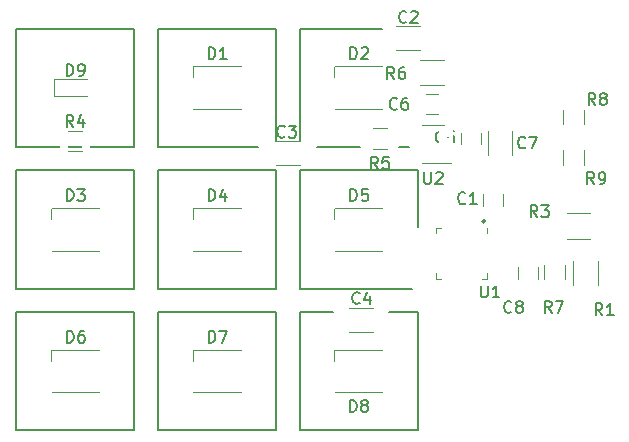
<source format=gto>
G04 #@! TF.GenerationSoftware,KiCad,Pcbnew,(5.0.2)-1*
G04 #@! TF.CreationDate,2019-04-27T00:21:17-04:00*
G04 #@! TF.ProjectId,Dash_Warning_Panel,44617368-5f57-4617-926e-696e675f5061,rev?*
G04 #@! TF.SameCoordinates,Original*
G04 #@! TF.FileFunction,Legend,Top*
G04 #@! TF.FilePolarity,Positive*
%FSLAX46Y46*%
G04 Gerber Fmt 4.6, Leading zero omitted, Abs format (unit mm)*
G04 Created by KiCad (PCBNEW (5.0.2)-1) date 4/27/2019 12:21:17 AM*
%MOMM*%
%LPD*%
G01*
G04 APERTURE LIST*
%ADD10C,0.200000*%
%ADD11C,0.120000*%
%ADD12C,0.150000*%
%ADD13R,1.426600X1.426600*%
%ADD14R,0.600000X0.300000*%
%ADD15R,0.300000X0.600000*%
%ADD16C,0.300000*%
%ADD17C,0.701600*%
%ADD18C,2.301600*%
%ADD19R,1.101600X1.701600*%
%ADD20R,1.701600X1.101600*%
%ADD21R,1.301600X1.301600*%
%ADD22R,1.801600X1.001600*%
%ADD23R,1.001600X1.801600*%
%ADD24R,1.161600X0.751600*%
%ADD25R,1.351600X1.101600*%
%ADD26R,0.801600X1.401600*%
%ADD27R,1.001600X0.651600*%
%ADD28R,1.101600X1.351600*%
%ADD29R,1.401600X0.801600*%
G04 APERTURE END LIST*
D10*
X209450000Y-121000000D02*
X210250000Y-121000000D01*
X202450000Y-121000000D02*
X206100000Y-121000000D01*
X211000000Y-135000000D02*
X208600000Y-135000000D01*
X201000000Y-135000000D02*
X203800000Y-135000000D01*
X189000000Y-121000000D02*
X197500000Y-121000000D01*
X201000000Y-111000000D02*
X201000000Y-120500000D01*
X211000000Y-123000000D02*
X211000000Y-127800000D01*
X211000000Y-135000000D02*
X211000000Y-145000000D01*
X199000000Y-135000000D02*
X199000000Y-145000000D01*
X187000000Y-135000000D02*
X187000000Y-145000000D01*
X199000000Y-123000000D02*
X199000000Y-133000000D01*
X187000000Y-123000000D02*
X187000000Y-133000000D01*
X199000000Y-111000000D02*
X199000000Y-120500000D01*
X199000000Y-135000000D02*
X189000000Y-135000000D01*
X187000000Y-135000000D02*
X177000000Y-135000000D01*
X211000000Y-123000000D02*
X201000000Y-123000000D01*
X199000000Y-123000000D02*
X189000000Y-123000000D01*
X187000000Y-123000000D02*
X177000000Y-123000000D01*
X208000000Y-111000000D02*
X201000000Y-111000000D01*
X199000000Y-111000000D02*
X189000000Y-111000000D01*
X201000000Y-145000000D02*
X211000000Y-145000000D01*
X189000000Y-145000000D02*
X199000000Y-145000000D01*
X177000000Y-145000000D02*
X187000000Y-145000000D01*
X201000000Y-133000000D02*
X210500000Y-133000000D01*
X189000000Y-133000000D02*
X199000000Y-133000000D01*
X177000000Y-133000000D02*
X187000000Y-133000000D01*
X201000000Y-135000000D02*
X201000000Y-145000000D01*
X189000000Y-135000000D02*
X189000000Y-145000000D01*
X177000000Y-135000000D02*
X177000000Y-145000000D01*
X201000000Y-123000000D02*
X201000000Y-133000000D01*
X189000000Y-123000000D02*
X189000000Y-133000000D01*
X177000000Y-123000000D02*
X177000000Y-133000000D01*
X189000000Y-111000000D02*
X189000000Y-121000000D01*
X187000000Y-111000000D02*
X187000000Y-121000000D01*
X187000000Y-111000000D02*
X177000000Y-111000000D01*
X177000000Y-121000000D02*
X187000000Y-121000000D01*
X177000000Y-111000000D02*
X177000000Y-121000000D01*
D11*
G04 #@! TO.C,U1*
X216850000Y-132150000D02*
X216850000Y-131725000D01*
X212550000Y-132150000D02*
X212550000Y-131725000D01*
X212550000Y-127850000D02*
X212550000Y-128275000D01*
X216850000Y-127850000D02*
X216850000Y-128275000D01*
X212550000Y-132150000D02*
X212975000Y-132150000D01*
X212550000Y-127850000D02*
X212975000Y-127850000D01*
X216850000Y-132150000D02*
X216425000Y-132150000D01*
D12*
X216741421Y-127300000D02*
G75*
G03X216741421Y-127300000I-141421J0D01*
G01*
D11*
G04 #@! TO.C,C2*
X211200000Y-110780000D02*
X209200000Y-110780000D01*
X209200000Y-112820000D02*
X211200000Y-112820000D01*
G04 #@! TO.C,C3*
X199000000Y-122520000D02*
X201000000Y-122520000D01*
X201000000Y-120480000D02*
X199000000Y-120480000D01*
G04 #@! TO.C,C4*
X205200000Y-136720000D02*
X207200000Y-136720000D01*
X207200000Y-134680000D02*
X205200000Y-134680000D01*
G04 #@! TO.C,C7*
X216980000Y-119700000D02*
X216980000Y-121700000D01*
X219020000Y-121700000D02*
X219020000Y-119700000D01*
G04 #@! TO.C,D9*
X180200000Y-115300000D02*
X180200000Y-116700000D01*
X180200000Y-116700000D02*
X183000000Y-116700000D01*
X180200000Y-115300000D02*
X183000000Y-115300000D01*
G04 #@! TO.C,R1*
X224130000Y-132700000D02*
X224130000Y-130700000D01*
X226270000Y-130700000D02*
X226270000Y-132700000D01*
G04 #@! TO.C,R3*
X225600000Y-128770000D02*
X223600000Y-128770000D01*
X223600000Y-126630000D02*
X225600000Y-126630000D01*
G04 #@! TO.C,R6*
X211200000Y-113630000D02*
X213200000Y-113630000D01*
X213200000Y-115770000D02*
X211200000Y-115770000D01*
G04 #@! TO.C,U2*
X213200000Y-119190000D02*
X211400000Y-119190000D01*
X211400000Y-122410000D02*
X213850000Y-122410000D01*
G04 #@! TO.C,C5*
X216350000Y-120800000D02*
X216350000Y-119800000D01*
X214650000Y-119800000D02*
X214650000Y-120800000D01*
G04 #@! TO.C,C1*
X218250000Y-126000000D02*
X218250000Y-125000000D01*
X216550000Y-125000000D02*
X216550000Y-126000000D01*
G04 #@! TO.C,R5*
X208400000Y-121180000D02*
X207200000Y-121180000D01*
X207200000Y-119420000D02*
X208400000Y-119420000D01*
G04 #@! TO.C,R4*
X182600000Y-121380000D02*
X181400000Y-121380000D01*
X181400000Y-119620000D02*
X182600000Y-119620000D01*
G04 #@! TO.C,D8*
X203950000Y-138225000D02*
X203950000Y-139125000D01*
X204000000Y-141800000D02*
X208000000Y-141800000D01*
X208000000Y-138200000D02*
X204000000Y-138200000D01*
G04 #@! TO.C,D7*
X191950000Y-138225000D02*
X191950000Y-139125000D01*
X192000000Y-141800000D02*
X196000000Y-141800000D01*
X196000000Y-138200000D02*
X192000000Y-138200000D01*
G04 #@! TO.C,D6*
X179950000Y-138225000D02*
X179950000Y-139125000D01*
X180000000Y-141800000D02*
X184000000Y-141800000D01*
X184000000Y-138200000D02*
X180000000Y-138200000D01*
G04 #@! TO.C,D5*
X203950000Y-126225000D02*
X203950000Y-127125000D01*
X204000000Y-129800000D02*
X208000000Y-129800000D01*
X208000000Y-126200000D02*
X204000000Y-126200000D01*
G04 #@! TO.C,D4*
X191950000Y-126225000D02*
X191950000Y-127125000D01*
X192000000Y-129800000D02*
X196000000Y-129800000D01*
X196000000Y-126200000D02*
X192000000Y-126200000D01*
G04 #@! TO.C,D3*
X179950000Y-126225000D02*
X179950000Y-127125000D01*
X180000000Y-129800000D02*
X184000000Y-129800000D01*
X184000000Y-126200000D02*
X180000000Y-126200000D01*
G04 #@! TO.C,D2*
X203950000Y-114225000D02*
X203950000Y-115125000D01*
X204000000Y-117800000D02*
X208000000Y-117800000D01*
X208000000Y-114200000D02*
X204000000Y-114200000D01*
G04 #@! TO.C,D1*
X191950000Y-114225000D02*
X191950000Y-115125000D01*
X192000000Y-117800000D02*
X196000000Y-117800000D01*
X196000000Y-114200000D02*
X192000000Y-114200000D01*
G04 #@! TO.C,C6*
X211700000Y-118250000D02*
X212700000Y-118250000D01*
X212700000Y-116550000D02*
X211700000Y-116550000D01*
G04 #@! TO.C,R7*
X221720000Y-132200000D02*
X221720000Y-131000000D01*
X223480000Y-131000000D02*
X223480000Y-132200000D01*
G04 #@! TO.C,R8*
X225080000Y-117900000D02*
X225080000Y-119100000D01*
X223320000Y-119100000D02*
X223320000Y-117900000D01*
G04 #@! TO.C,R9*
X225080000Y-121300000D02*
X225080000Y-122500000D01*
X223320000Y-122500000D02*
X223320000Y-121300000D01*
G04 #@! TO.C,C8*
X221150000Y-132200000D02*
X221150000Y-131200000D01*
X219450000Y-131200000D02*
X219450000Y-132200000D01*
G04 #@! TO.C,U1*
D12*
X216338095Y-132752380D02*
X216338095Y-133561904D01*
X216385714Y-133657142D01*
X216433333Y-133704761D01*
X216528571Y-133752380D01*
X216719047Y-133752380D01*
X216814285Y-133704761D01*
X216861904Y-133657142D01*
X216909523Y-133561904D01*
X216909523Y-132752380D01*
X217909523Y-133752380D02*
X217338095Y-133752380D01*
X217623809Y-133752380D02*
X217623809Y-132752380D01*
X217528571Y-132895238D01*
X217433333Y-132990476D01*
X217338095Y-133038095D01*
G04 #@! TO.C,C2*
X210033333Y-110407142D02*
X209985714Y-110454761D01*
X209842857Y-110502380D01*
X209747619Y-110502380D01*
X209604761Y-110454761D01*
X209509523Y-110359523D01*
X209461904Y-110264285D01*
X209414285Y-110073809D01*
X209414285Y-109930952D01*
X209461904Y-109740476D01*
X209509523Y-109645238D01*
X209604761Y-109550000D01*
X209747619Y-109502380D01*
X209842857Y-109502380D01*
X209985714Y-109550000D01*
X210033333Y-109597619D01*
X210414285Y-109597619D02*
X210461904Y-109550000D01*
X210557142Y-109502380D01*
X210795238Y-109502380D01*
X210890476Y-109550000D01*
X210938095Y-109597619D01*
X210985714Y-109692857D01*
X210985714Y-109788095D01*
X210938095Y-109930952D01*
X210366666Y-110502380D01*
X210985714Y-110502380D01*
G04 #@! TO.C,C3*
X199731333Y-120118142D02*
X199683714Y-120165761D01*
X199540857Y-120213380D01*
X199445619Y-120213380D01*
X199302761Y-120165761D01*
X199207523Y-120070523D01*
X199159904Y-119975285D01*
X199112285Y-119784809D01*
X199112285Y-119641952D01*
X199159904Y-119451476D01*
X199207523Y-119356238D01*
X199302761Y-119261000D01*
X199445619Y-119213380D01*
X199540857Y-119213380D01*
X199683714Y-119261000D01*
X199731333Y-119308619D01*
X200064666Y-119213380D02*
X200683714Y-119213380D01*
X200350380Y-119594333D01*
X200493238Y-119594333D01*
X200588476Y-119641952D01*
X200636095Y-119689571D01*
X200683714Y-119784809D01*
X200683714Y-120022904D01*
X200636095Y-120118142D01*
X200588476Y-120165761D01*
X200493238Y-120213380D01*
X200207523Y-120213380D01*
X200112285Y-120165761D01*
X200064666Y-120118142D01*
G04 #@! TO.C,C4*
X206081333Y-134215142D02*
X206033714Y-134262761D01*
X205890857Y-134310380D01*
X205795619Y-134310380D01*
X205652761Y-134262761D01*
X205557523Y-134167523D01*
X205509904Y-134072285D01*
X205462285Y-133881809D01*
X205462285Y-133738952D01*
X205509904Y-133548476D01*
X205557523Y-133453238D01*
X205652761Y-133358000D01*
X205795619Y-133310380D01*
X205890857Y-133310380D01*
X206033714Y-133358000D01*
X206081333Y-133405619D01*
X206938476Y-133643714D02*
X206938476Y-134310380D01*
X206700380Y-133262761D02*
X206462285Y-133977047D01*
X207081333Y-133977047D01*
G04 #@! TO.C,C7*
X220113333Y-121043142D02*
X220065714Y-121090761D01*
X219922857Y-121138380D01*
X219827619Y-121138380D01*
X219684761Y-121090761D01*
X219589523Y-120995523D01*
X219541904Y-120900285D01*
X219494285Y-120709809D01*
X219494285Y-120566952D01*
X219541904Y-120376476D01*
X219589523Y-120281238D01*
X219684761Y-120186000D01*
X219827619Y-120138380D01*
X219922857Y-120138380D01*
X220065714Y-120186000D01*
X220113333Y-120233619D01*
X220446666Y-120138380D02*
X221113333Y-120138380D01*
X220684761Y-121138380D01*
G04 #@! TO.C,D9*
X181261904Y-115002380D02*
X181261904Y-114002380D01*
X181500000Y-114002380D01*
X181642857Y-114050000D01*
X181738095Y-114145238D01*
X181785714Y-114240476D01*
X181833333Y-114430952D01*
X181833333Y-114573809D01*
X181785714Y-114764285D01*
X181738095Y-114859523D01*
X181642857Y-114954761D01*
X181500000Y-115002380D01*
X181261904Y-115002380D01*
X182309523Y-115002380D02*
X182500000Y-115002380D01*
X182595238Y-114954761D01*
X182642857Y-114907142D01*
X182738095Y-114764285D01*
X182785714Y-114573809D01*
X182785714Y-114192857D01*
X182738095Y-114097619D01*
X182690476Y-114050000D01*
X182595238Y-114002380D01*
X182404761Y-114002380D01*
X182309523Y-114050000D01*
X182261904Y-114097619D01*
X182214285Y-114192857D01*
X182214285Y-114430952D01*
X182261904Y-114526190D01*
X182309523Y-114573809D01*
X182404761Y-114621428D01*
X182595238Y-114621428D01*
X182690476Y-114573809D01*
X182738095Y-114526190D01*
X182785714Y-114430952D01*
G04 #@! TO.C,R1*
X226633333Y-135252380D02*
X226300000Y-134776190D01*
X226061904Y-135252380D02*
X226061904Y-134252380D01*
X226442857Y-134252380D01*
X226538095Y-134300000D01*
X226585714Y-134347619D01*
X226633333Y-134442857D01*
X226633333Y-134585714D01*
X226585714Y-134680952D01*
X226538095Y-134728571D01*
X226442857Y-134776190D01*
X226061904Y-134776190D01*
X227585714Y-135252380D02*
X227014285Y-135252380D01*
X227300000Y-135252380D02*
X227300000Y-134252380D01*
X227204761Y-134395238D01*
X227109523Y-134490476D01*
X227014285Y-134538095D01*
G04 #@! TO.C,R3*
X221133333Y-126952380D02*
X220800000Y-126476190D01*
X220561904Y-126952380D02*
X220561904Y-125952380D01*
X220942857Y-125952380D01*
X221038095Y-126000000D01*
X221085714Y-126047619D01*
X221133333Y-126142857D01*
X221133333Y-126285714D01*
X221085714Y-126380952D01*
X221038095Y-126428571D01*
X220942857Y-126476190D01*
X220561904Y-126476190D01*
X221466666Y-125952380D02*
X222085714Y-125952380D01*
X221752380Y-126333333D01*
X221895238Y-126333333D01*
X221990476Y-126380952D01*
X222038095Y-126428571D01*
X222085714Y-126523809D01*
X222085714Y-126761904D01*
X222038095Y-126857142D01*
X221990476Y-126904761D01*
X221895238Y-126952380D01*
X221609523Y-126952380D01*
X221514285Y-126904761D01*
X221466666Y-126857142D01*
G04 #@! TO.C,R6*
X209002333Y-115260380D02*
X208669000Y-114784190D01*
X208430904Y-115260380D02*
X208430904Y-114260380D01*
X208811857Y-114260380D01*
X208907095Y-114308000D01*
X208954714Y-114355619D01*
X209002333Y-114450857D01*
X209002333Y-114593714D01*
X208954714Y-114688952D01*
X208907095Y-114736571D01*
X208811857Y-114784190D01*
X208430904Y-114784190D01*
X209859476Y-114260380D02*
X209669000Y-114260380D01*
X209573761Y-114308000D01*
X209526142Y-114355619D01*
X209430904Y-114498476D01*
X209383285Y-114688952D01*
X209383285Y-115069904D01*
X209430904Y-115165142D01*
X209478523Y-115212761D01*
X209573761Y-115260380D01*
X209764238Y-115260380D01*
X209859476Y-115212761D01*
X209907095Y-115165142D01*
X209954714Y-115069904D01*
X209954714Y-114831809D01*
X209907095Y-114736571D01*
X209859476Y-114688952D01*
X209764238Y-114641333D01*
X209573761Y-114641333D01*
X209478523Y-114688952D01*
X209430904Y-114736571D01*
X209383285Y-114831809D01*
G04 #@! TO.C,U2*
X211538095Y-123152380D02*
X211538095Y-123961904D01*
X211585714Y-124057142D01*
X211633333Y-124104761D01*
X211728571Y-124152380D01*
X211919047Y-124152380D01*
X212014285Y-124104761D01*
X212061904Y-124057142D01*
X212109523Y-123961904D01*
X212109523Y-123152380D01*
X212538095Y-123247619D02*
X212585714Y-123200000D01*
X212680952Y-123152380D01*
X212919047Y-123152380D01*
X213014285Y-123200000D01*
X213061904Y-123247619D01*
X213109523Y-123342857D01*
X213109523Y-123438095D01*
X213061904Y-123580952D01*
X212490476Y-124152380D01*
X213109523Y-124152380D01*
G04 #@! TO.C,C5*
X213147333Y-120561142D02*
X213099714Y-120608761D01*
X212956857Y-120656380D01*
X212861619Y-120656380D01*
X212718761Y-120608761D01*
X212623523Y-120513523D01*
X212575904Y-120418285D01*
X212528285Y-120227809D01*
X212528285Y-120084952D01*
X212575904Y-119894476D01*
X212623523Y-119799238D01*
X212718761Y-119704000D01*
X212861619Y-119656380D01*
X212956857Y-119656380D01*
X213099714Y-119704000D01*
X213147333Y-119751619D01*
X214052095Y-119656380D02*
X213575904Y-119656380D01*
X213528285Y-120132571D01*
X213575904Y-120084952D01*
X213671142Y-120037333D01*
X213909238Y-120037333D01*
X214004476Y-120084952D01*
X214052095Y-120132571D01*
X214099714Y-120227809D01*
X214099714Y-120465904D01*
X214052095Y-120561142D01*
X214004476Y-120608761D01*
X213909238Y-120656380D01*
X213671142Y-120656380D01*
X213575904Y-120608761D01*
X213528285Y-120561142D01*
G04 #@! TO.C,C1*
X215037333Y-125760142D02*
X214989714Y-125807761D01*
X214846857Y-125855380D01*
X214751619Y-125855380D01*
X214608761Y-125807761D01*
X214513523Y-125712523D01*
X214465904Y-125617285D01*
X214418285Y-125426809D01*
X214418285Y-125283952D01*
X214465904Y-125093476D01*
X214513523Y-124998238D01*
X214608761Y-124903000D01*
X214751619Y-124855380D01*
X214846857Y-124855380D01*
X214989714Y-124903000D01*
X215037333Y-124950619D01*
X215989714Y-125855380D02*
X215418285Y-125855380D01*
X215704000Y-125855380D02*
X215704000Y-124855380D01*
X215608761Y-124998238D01*
X215513523Y-125093476D01*
X215418285Y-125141095D01*
G04 #@! TO.C,R5*
X207633333Y-122852380D02*
X207300000Y-122376190D01*
X207061904Y-122852380D02*
X207061904Y-121852380D01*
X207442857Y-121852380D01*
X207538095Y-121900000D01*
X207585714Y-121947619D01*
X207633333Y-122042857D01*
X207633333Y-122185714D01*
X207585714Y-122280952D01*
X207538095Y-122328571D01*
X207442857Y-122376190D01*
X207061904Y-122376190D01*
X208538095Y-121852380D02*
X208061904Y-121852380D01*
X208014285Y-122328571D01*
X208061904Y-122280952D01*
X208157142Y-122233333D01*
X208395238Y-122233333D01*
X208490476Y-122280952D01*
X208538095Y-122328571D01*
X208585714Y-122423809D01*
X208585714Y-122661904D01*
X208538095Y-122757142D01*
X208490476Y-122804761D01*
X208395238Y-122852380D01*
X208157142Y-122852380D01*
X208061904Y-122804761D01*
X208014285Y-122757142D01*
G04 #@! TO.C,R4*
X181833333Y-119302380D02*
X181500000Y-118826190D01*
X181261904Y-119302380D02*
X181261904Y-118302380D01*
X181642857Y-118302380D01*
X181738095Y-118350000D01*
X181785714Y-118397619D01*
X181833333Y-118492857D01*
X181833333Y-118635714D01*
X181785714Y-118730952D01*
X181738095Y-118778571D01*
X181642857Y-118826190D01*
X181261904Y-118826190D01*
X182690476Y-118635714D02*
X182690476Y-119302380D01*
X182452380Y-118254761D02*
X182214285Y-118969047D01*
X182833333Y-118969047D01*
G04 #@! TO.C,D8*
X205255904Y-143452380D02*
X205255904Y-142452380D01*
X205494000Y-142452380D01*
X205636857Y-142500000D01*
X205732095Y-142595238D01*
X205779714Y-142690476D01*
X205827333Y-142880952D01*
X205827333Y-143023809D01*
X205779714Y-143214285D01*
X205732095Y-143309523D01*
X205636857Y-143404761D01*
X205494000Y-143452380D01*
X205255904Y-143452380D01*
X206398761Y-142880952D02*
X206303523Y-142833333D01*
X206255904Y-142785714D01*
X206208285Y-142690476D01*
X206208285Y-142642857D01*
X206255904Y-142547619D01*
X206303523Y-142500000D01*
X206398761Y-142452380D01*
X206589238Y-142452380D01*
X206684476Y-142500000D01*
X206732095Y-142547619D01*
X206779714Y-142642857D01*
X206779714Y-142690476D01*
X206732095Y-142785714D01*
X206684476Y-142833333D01*
X206589238Y-142880952D01*
X206398761Y-142880952D01*
X206303523Y-142928571D01*
X206255904Y-142976190D01*
X206208285Y-143071428D01*
X206208285Y-143261904D01*
X206255904Y-143357142D01*
X206303523Y-143404761D01*
X206398761Y-143452380D01*
X206589238Y-143452380D01*
X206684476Y-143404761D01*
X206732095Y-143357142D01*
X206779714Y-143261904D01*
X206779714Y-143071428D01*
X206732095Y-142976190D01*
X206684476Y-142928571D01*
X206589238Y-142880952D01*
G04 #@! TO.C,D7*
X193286904Y-137577380D02*
X193286904Y-136577380D01*
X193525000Y-136577380D01*
X193667857Y-136625000D01*
X193763095Y-136720238D01*
X193810714Y-136815476D01*
X193858333Y-137005952D01*
X193858333Y-137148809D01*
X193810714Y-137339285D01*
X193763095Y-137434523D01*
X193667857Y-137529761D01*
X193525000Y-137577380D01*
X193286904Y-137577380D01*
X194191666Y-136577380D02*
X194858333Y-136577380D01*
X194429761Y-137577380D01*
G04 #@! TO.C,D6*
X181286904Y-137577380D02*
X181286904Y-136577380D01*
X181525000Y-136577380D01*
X181667857Y-136625000D01*
X181763095Y-136720238D01*
X181810714Y-136815476D01*
X181858333Y-137005952D01*
X181858333Y-137148809D01*
X181810714Y-137339285D01*
X181763095Y-137434523D01*
X181667857Y-137529761D01*
X181525000Y-137577380D01*
X181286904Y-137577380D01*
X182715476Y-136577380D02*
X182525000Y-136577380D01*
X182429761Y-136625000D01*
X182382142Y-136672619D01*
X182286904Y-136815476D01*
X182239285Y-137005952D01*
X182239285Y-137386904D01*
X182286904Y-137482142D01*
X182334523Y-137529761D01*
X182429761Y-137577380D01*
X182620238Y-137577380D01*
X182715476Y-137529761D01*
X182763095Y-137482142D01*
X182810714Y-137386904D01*
X182810714Y-137148809D01*
X182763095Y-137053571D01*
X182715476Y-137005952D01*
X182620238Y-136958333D01*
X182429761Y-136958333D01*
X182334523Y-137005952D01*
X182286904Y-137053571D01*
X182239285Y-137148809D01*
G04 #@! TO.C,D5*
X205286904Y-125577380D02*
X205286904Y-124577380D01*
X205525000Y-124577380D01*
X205667857Y-124625000D01*
X205763095Y-124720238D01*
X205810714Y-124815476D01*
X205858333Y-125005952D01*
X205858333Y-125148809D01*
X205810714Y-125339285D01*
X205763095Y-125434523D01*
X205667857Y-125529761D01*
X205525000Y-125577380D01*
X205286904Y-125577380D01*
X206763095Y-124577380D02*
X206286904Y-124577380D01*
X206239285Y-125053571D01*
X206286904Y-125005952D01*
X206382142Y-124958333D01*
X206620238Y-124958333D01*
X206715476Y-125005952D01*
X206763095Y-125053571D01*
X206810714Y-125148809D01*
X206810714Y-125386904D01*
X206763095Y-125482142D01*
X206715476Y-125529761D01*
X206620238Y-125577380D01*
X206382142Y-125577380D01*
X206286904Y-125529761D01*
X206239285Y-125482142D01*
G04 #@! TO.C,D4*
X193286904Y-125577380D02*
X193286904Y-124577380D01*
X193525000Y-124577380D01*
X193667857Y-124625000D01*
X193763095Y-124720238D01*
X193810714Y-124815476D01*
X193858333Y-125005952D01*
X193858333Y-125148809D01*
X193810714Y-125339285D01*
X193763095Y-125434523D01*
X193667857Y-125529761D01*
X193525000Y-125577380D01*
X193286904Y-125577380D01*
X194715476Y-124910714D02*
X194715476Y-125577380D01*
X194477380Y-124529761D02*
X194239285Y-125244047D01*
X194858333Y-125244047D01*
G04 #@! TO.C,D3*
X181286904Y-125577380D02*
X181286904Y-124577380D01*
X181525000Y-124577380D01*
X181667857Y-124625000D01*
X181763095Y-124720238D01*
X181810714Y-124815476D01*
X181858333Y-125005952D01*
X181858333Y-125148809D01*
X181810714Y-125339285D01*
X181763095Y-125434523D01*
X181667857Y-125529761D01*
X181525000Y-125577380D01*
X181286904Y-125577380D01*
X182191666Y-124577380D02*
X182810714Y-124577380D01*
X182477380Y-124958333D01*
X182620238Y-124958333D01*
X182715476Y-125005952D01*
X182763095Y-125053571D01*
X182810714Y-125148809D01*
X182810714Y-125386904D01*
X182763095Y-125482142D01*
X182715476Y-125529761D01*
X182620238Y-125577380D01*
X182334523Y-125577380D01*
X182239285Y-125529761D01*
X182191666Y-125482142D01*
G04 #@! TO.C,D2*
X205286904Y-113577380D02*
X205286904Y-112577380D01*
X205525000Y-112577380D01*
X205667857Y-112625000D01*
X205763095Y-112720238D01*
X205810714Y-112815476D01*
X205858333Y-113005952D01*
X205858333Y-113148809D01*
X205810714Y-113339285D01*
X205763095Y-113434523D01*
X205667857Y-113529761D01*
X205525000Y-113577380D01*
X205286904Y-113577380D01*
X206239285Y-112672619D02*
X206286904Y-112625000D01*
X206382142Y-112577380D01*
X206620238Y-112577380D01*
X206715476Y-112625000D01*
X206763095Y-112672619D01*
X206810714Y-112767857D01*
X206810714Y-112863095D01*
X206763095Y-113005952D01*
X206191666Y-113577380D01*
X206810714Y-113577380D01*
G04 #@! TO.C,D1*
X193286904Y-113577380D02*
X193286904Y-112577380D01*
X193525000Y-112577380D01*
X193667857Y-112625000D01*
X193763095Y-112720238D01*
X193810714Y-112815476D01*
X193858333Y-113005952D01*
X193858333Y-113148809D01*
X193810714Y-113339285D01*
X193763095Y-113434523D01*
X193667857Y-113529761D01*
X193525000Y-113577380D01*
X193286904Y-113577380D01*
X194810714Y-113577380D02*
X194239285Y-113577380D01*
X194525000Y-113577380D02*
X194525000Y-112577380D01*
X194429761Y-112720238D01*
X194334523Y-112815476D01*
X194239285Y-112863095D01*
G04 #@! TO.C,C6*
X209233333Y-117757142D02*
X209185714Y-117804761D01*
X209042857Y-117852380D01*
X208947619Y-117852380D01*
X208804761Y-117804761D01*
X208709523Y-117709523D01*
X208661904Y-117614285D01*
X208614285Y-117423809D01*
X208614285Y-117280952D01*
X208661904Y-117090476D01*
X208709523Y-116995238D01*
X208804761Y-116900000D01*
X208947619Y-116852380D01*
X209042857Y-116852380D01*
X209185714Y-116900000D01*
X209233333Y-116947619D01*
X210090476Y-116852380D02*
X209900000Y-116852380D01*
X209804761Y-116900000D01*
X209757142Y-116947619D01*
X209661904Y-117090476D01*
X209614285Y-117280952D01*
X209614285Y-117661904D01*
X209661904Y-117757142D01*
X209709523Y-117804761D01*
X209804761Y-117852380D01*
X209995238Y-117852380D01*
X210090476Y-117804761D01*
X210138095Y-117757142D01*
X210185714Y-117661904D01*
X210185714Y-117423809D01*
X210138095Y-117328571D01*
X210090476Y-117280952D01*
X209995238Y-117233333D01*
X209804761Y-117233333D01*
X209709523Y-117280952D01*
X209661904Y-117328571D01*
X209614285Y-117423809D01*
G04 #@! TO.C,R7*
X222333333Y-135052380D02*
X222000000Y-134576190D01*
X221761904Y-135052380D02*
X221761904Y-134052380D01*
X222142857Y-134052380D01*
X222238095Y-134100000D01*
X222285714Y-134147619D01*
X222333333Y-134242857D01*
X222333333Y-134385714D01*
X222285714Y-134480952D01*
X222238095Y-134528571D01*
X222142857Y-134576190D01*
X221761904Y-134576190D01*
X222666666Y-134052380D02*
X223333333Y-134052380D01*
X222904761Y-135052380D01*
G04 #@! TO.C,R8*
X226033333Y-117452380D02*
X225700000Y-116976190D01*
X225461904Y-117452380D02*
X225461904Y-116452380D01*
X225842857Y-116452380D01*
X225938095Y-116500000D01*
X225985714Y-116547619D01*
X226033333Y-116642857D01*
X226033333Y-116785714D01*
X225985714Y-116880952D01*
X225938095Y-116928571D01*
X225842857Y-116976190D01*
X225461904Y-116976190D01*
X226604761Y-116880952D02*
X226509523Y-116833333D01*
X226461904Y-116785714D01*
X226414285Y-116690476D01*
X226414285Y-116642857D01*
X226461904Y-116547619D01*
X226509523Y-116500000D01*
X226604761Y-116452380D01*
X226795238Y-116452380D01*
X226890476Y-116500000D01*
X226938095Y-116547619D01*
X226985714Y-116642857D01*
X226985714Y-116690476D01*
X226938095Y-116785714D01*
X226890476Y-116833333D01*
X226795238Y-116880952D01*
X226604761Y-116880952D01*
X226509523Y-116928571D01*
X226461904Y-116976190D01*
X226414285Y-117071428D01*
X226414285Y-117261904D01*
X226461904Y-117357142D01*
X226509523Y-117404761D01*
X226604761Y-117452380D01*
X226795238Y-117452380D01*
X226890476Y-117404761D01*
X226938095Y-117357142D01*
X226985714Y-117261904D01*
X226985714Y-117071428D01*
X226938095Y-116976190D01*
X226890476Y-116928571D01*
X226795238Y-116880952D01*
G04 #@! TO.C,R9*
X225933333Y-124152380D02*
X225600000Y-123676190D01*
X225361904Y-124152380D02*
X225361904Y-123152380D01*
X225742857Y-123152380D01*
X225838095Y-123200000D01*
X225885714Y-123247619D01*
X225933333Y-123342857D01*
X225933333Y-123485714D01*
X225885714Y-123580952D01*
X225838095Y-123628571D01*
X225742857Y-123676190D01*
X225361904Y-123676190D01*
X226409523Y-124152380D02*
X226600000Y-124152380D01*
X226695238Y-124104761D01*
X226742857Y-124057142D01*
X226838095Y-123914285D01*
X226885714Y-123723809D01*
X226885714Y-123342857D01*
X226838095Y-123247619D01*
X226790476Y-123200000D01*
X226695238Y-123152380D01*
X226504761Y-123152380D01*
X226409523Y-123200000D01*
X226361904Y-123247619D01*
X226314285Y-123342857D01*
X226314285Y-123580952D01*
X226361904Y-123676190D01*
X226409523Y-123723809D01*
X226504761Y-123771428D01*
X226695238Y-123771428D01*
X226790476Y-123723809D01*
X226838095Y-123676190D01*
X226885714Y-123580952D01*
G04 #@! TO.C,C8*
X218933333Y-134957142D02*
X218885714Y-135004761D01*
X218742857Y-135052380D01*
X218647619Y-135052380D01*
X218504761Y-135004761D01*
X218409523Y-134909523D01*
X218361904Y-134814285D01*
X218314285Y-134623809D01*
X218314285Y-134480952D01*
X218361904Y-134290476D01*
X218409523Y-134195238D01*
X218504761Y-134100000D01*
X218647619Y-134052380D01*
X218742857Y-134052380D01*
X218885714Y-134100000D01*
X218933333Y-134147619D01*
X219504761Y-134480952D02*
X219409523Y-134433333D01*
X219361904Y-134385714D01*
X219314285Y-134290476D01*
X219314285Y-134242857D01*
X219361904Y-134147619D01*
X219409523Y-134100000D01*
X219504761Y-134052380D01*
X219695238Y-134052380D01*
X219790476Y-134100000D01*
X219838095Y-134147619D01*
X219885714Y-134242857D01*
X219885714Y-134290476D01*
X219838095Y-134385714D01*
X219790476Y-134433333D01*
X219695238Y-134480952D01*
X219504761Y-134480952D01*
X219409523Y-134528571D01*
X219361904Y-134576190D01*
X219314285Y-134671428D01*
X219314285Y-134861904D01*
X219361904Y-134957142D01*
X219409523Y-135004761D01*
X219504761Y-135052380D01*
X219695238Y-135052380D01*
X219790476Y-135004761D01*
X219838095Y-134957142D01*
X219885714Y-134861904D01*
X219885714Y-134671428D01*
X219838095Y-134576190D01*
X219790476Y-134528571D01*
X219695238Y-134480952D01*
G04 #@! TD*
%LPC*%
D13*
G04 #@! TO.C,U1*
X215362500Y-129337500D03*
X214037500Y-129337500D03*
X215362500Y-130662500D03*
X214037500Y-130662500D03*
D14*
X216650000Y-131400000D03*
D15*
X213300000Y-131950000D03*
D14*
X212750000Y-128600000D03*
D15*
X216100000Y-128050000D03*
D16*
X216400000Y-131400000D03*
D14*
X216650000Y-131000000D03*
X216650000Y-130600000D03*
X216650000Y-130200000D03*
X216650000Y-129800000D03*
X216650000Y-129400000D03*
X216650000Y-129000000D03*
X216650000Y-128600000D03*
D16*
X216400000Y-131000000D03*
X216400000Y-130600000D03*
X216400000Y-130200000D03*
X216400000Y-129800000D03*
X216400000Y-129400000D03*
X216400000Y-129000000D03*
X216400000Y-128600000D03*
X213300000Y-131700000D03*
D15*
X213700000Y-131950000D03*
X214100000Y-131950000D03*
X214500000Y-131950000D03*
X214900000Y-131950000D03*
X215300000Y-131950000D03*
X215700000Y-131950000D03*
X216100000Y-131950000D03*
D16*
X213700000Y-131700000D03*
X214100000Y-131700000D03*
X214500000Y-131700000D03*
X214900000Y-131700000D03*
X215300000Y-131700000D03*
X215700000Y-131700000D03*
X216100000Y-131700000D03*
X213000000Y-128600000D03*
D14*
X212750000Y-129000000D03*
X212750000Y-129400000D03*
X212750000Y-129800000D03*
X212750000Y-130200000D03*
X212750000Y-130600000D03*
X212750000Y-131000000D03*
X212750000Y-131400000D03*
D16*
X213000000Y-129000000D03*
X213000000Y-129400000D03*
X213000000Y-129800000D03*
X213000000Y-130200000D03*
X213000000Y-130600000D03*
X213000000Y-131000000D03*
X213000000Y-131400000D03*
X216100000Y-128300000D03*
D15*
X215700000Y-128050000D03*
X215300000Y-128050000D03*
X214900000Y-128050000D03*
X214500000Y-128050000D03*
X214100000Y-128050000D03*
X213700000Y-128050000D03*
X213300000Y-128050000D03*
D16*
X215700000Y-128300000D03*
X215300000Y-128300000D03*
X214900000Y-128300000D03*
X214500000Y-128300000D03*
X214100000Y-128300000D03*
X213700000Y-128300000D03*
X213300000Y-128300000D03*
D17*
X215500000Y-129200000D03*
X215500000Y-130000000D03*
X215500000Y-130800000D03*
X214700000Y-129200000D03*
X214700000Y-130000000D03*
X214700000Y-130800000D03*
X213900000Y-129200000D03*
X213900000Y-130000000D03*
X213900000Y-130800000D03*
G04 #@! TD*
D18*
G04 #@! TO.C,REF\002A\002A*
X216000000Y-116000000D03*
G04 #@! TD*
G04 #@! TO.C,REF\002A\002A*
X216000000Y-140000000D03*
G04 #@! TD*
G04 #@! TO.C,REF\002A\002A*
X172000000Y-140000000D03*
G04 #@! TD*
D19*
G04 #@! TO.C,C2*
X208700000Y-111800000D03*
X211700000Y-111800000D03*
G04 #@! TD*
G04 #@! TO.C,C3*
X201500000Y-121500000D03*
X198500000Y-121500000D03*
G04 #@! TD*
G04 #@! TO.C,C4*
X207700000Y-135700000D03*
X204700000Y-135700000D03*
G04 #@! TD*
D20*
G04 #@! TO.C,C7*
X218000000Y-122200000D03*
X218000000Y-119200000D03*
G04 #@! TD*
D21*
G04 #@! TO.C,D9*
X183100000Y-116000000D03*
X180900000Y-116000000D03*
G04 #@! TD*
D22*
G04 #@! TO.C,R1*
X225200000Y-130250000D03*
X225200000Y-133150000D03*
G04 #@! TD*
D23*
G04 #@! TO.C,R3*
X223150000Y-127700000D03*
X226050000Y-127700000D03*
G04 #@! TD*
G04 #@! TO.C,R6*
X213650000Y-114700000D03*
X210750000Y-114700000D03*
G04 #@! TD*
D24*
G04 #@! TO.C,U2*
X213400000Y-121750000D03*
X213400000Y-120800000D03*
X213400000Y-119850000D03*
X211200000Y-119850000D03*
X211200000Y-121750000D03*
X211200000Y-120800000D03*
G04 #@! TD*
D25*
G04 #@! TO.C,C5*
X215500000Y-119300000D03*
X215500000Y-121300000D03*
G04 #@! TD*
G04 #@! TO.C,C1*
X217400000Y-124500000D03*
X217400000Y-126500000D03*
G04 #@! TD*
D26*
G04 #@! TO.C,R5*
X206850000Y-120300000D03*
X208750000Y-120300000D03*
G04 #@! TD*
G04 #@! TO.C,R4*
X181050000Y-120500000D03*
X182950000Y-120500000D03*
G04 #@! TD*
D27*
G04 #@! TO.C,D8*
X204650000Y-139100000D03*
X207350000Y-139100000D03*
X204650000Y-139950000D03*
X207350000Y-139950000D03*
X204650000Y-140800000D03*
X207350000Y-140800000D03*
G04 #@! TD*
G04 #@! TO.C,D7*
X192650000Y-139100000D03*
X195350000Y-139100000D03*
X192650000Y-139950000D03*
X195350000Y-139950000D03*
X192650000Y-140800000D03*
X195350000Y-140800000D03*
G04 #@! TD*
G04 #@! TO.C,D6*
X180650000Y-139100000D03*
X183350000Y-139100000D03*
X180650000Y-139950000D03*
X183350000Y-139950000D03*
X180650000Y-140800000D03*
X183350000Y-140800000D03*
G04 #@! TD*
G04 #@! TO.C,D5*
X204650000Y-127100000D03*
X207350000Y-127100000D03*
X204650000Y-127950000D03*
X207350000Y-127950000D03*
X204650000Y-128800000D03*
X207350000Y-128800000D03*
G04 #@! TD*
G04 #@! TO.C,D4*
X192650000Y-127100000D03*
X195350000Y-127100000D03*
X192650000Y-127950000D03*
X195350000Y-127950000D03*
X192650000Y-128800000D03*
X195350000Y-128800000D03*
G04 #@! TD*
G04 #@! TO.C,D3*
X180650000Y-127100000D03*
X183350000Y-127100000D03*
X180650000Y-127950000D03*
X183350000Y-127950000D03*
X180650000Y-128800000D03*
X183350000Y-128800000D03*
G04 #@! TD*
G04 #@! TO.C,D2*
X204650000Y-115100000D03*
X207350000Y-115100000D03*
X204650000Y-115950000D03*
X207350000Y-115950000D03*
X204650000Y-116800000D03*
X207350000Y-116800000D03*
G04 #@! TD*
G04 #@! TO.C,D1*
X192650000Y-115100000D03*
X195350000Y-115100000D03*
X192650000Y-115950000D03*
X195350000Y-115950000D03*
X192650000Y-116800000D03*
X195350000Y-116800000D03*
G04 #@! TD*
D28*
G04 #@! TO.C,C6*
X213200000Y-117400000D03*
X211200000Y-117400000D03*
G04 #@! TD*
D29*
G04 #@! TO.C,R7*
X222600000Y-130650000D03*
X222600000Y-132550000D03*
G04 #@! TD*
G04 #@! TO.C,R8*
X224200000Y-119450000D03*
X224200000Y-117550000D03*
G04 #@! TD*
G04 #@! TO.C,R9*
X224200000Y-122850000D03*
X224200000Y-120950000D03*
G04 #@! TD*
D25*
G04 #@! TO.C,C8*
X220300000Y-130700000D03*
X220300000Y-132700000D03*
G04 #@! TD*
D18*
G04 #@! TO.C,REF\002A\002A*
X172000000Y-116000000D03*
G04 #@! TD*
M02*

</source>
